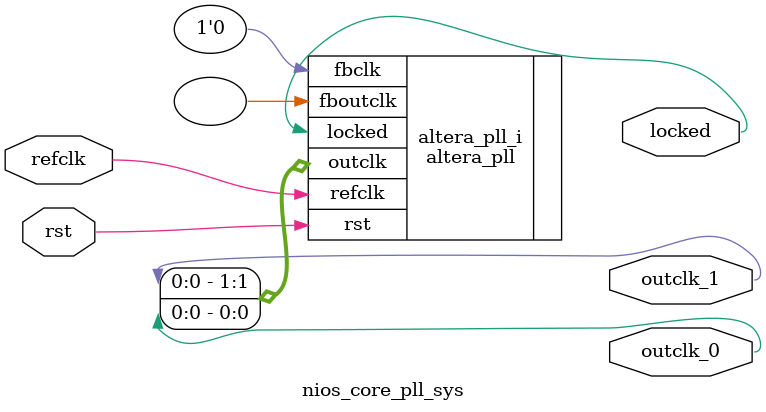
<source format=v>
`timescale 1ns/10ps
module  nios_core_pll_sys(

	// interface 'refclk'
	input wire refclk,

	// interface 'reset'
	input wire rst,

	// interface 'outclk0'
	output wire outclk_0,

	// interface 'outclk1'
	output wire outclk_1,

	// interface 'locked'
	output wire locked
);

	altera_pll #(
		.fractional_vco_multiplier("false"),
		.reference_clock_frequency("50.0 MHz"),
		.operation_mode("normal"),
		.number_of_clocks(2),
		.output_clock_frequency0("100.000000 MHz"),
		.phase_shift0("0 ps"),
		.duty_cycle0(50),
		.output_clock_frequency1("10.000000 MHz"),
		.phase_shift1("0 ps"),
		.duty_cycle1(50),
		.output_clock_frequency2("0 MHz"),
		.phase_shift2("0 ps"),
		.duty_cycle2(50),
		.output_clock_frequency3("0 MHz"),
		.phase_shift3("0 ps"),
		.duty_cycle3(50),
		.output_clock_frequency4("0 MHz"),
		.phase_shift4("0 ps"),
		.duty_cycle4(50),
		.output_clock_frequency5("0 MHz"),
		.phase_shift5("0 ps"),
		.duty_cycle5(50),
		.output_clock_frequency6("0 MHz"),
		.phase_shift6("0 ps"),
		.duty_cycle6(50),
		.output_clock_frequency7("0 MHz"),
		.phase_shift7("0 ps"),
		.duty_cycle7(50),
		.output_clock_frequency8("0 MHz"),
		.phase_shift8("0 ps"),
		.duty_cycle8(50),
		.output_clock_frequency9("0 MHz"),
		.phase_shift9("0 ps"),
		.duty_cycle9(50),
		.output_clock_frequency10("0 MHz"),
		.phase_shift10("0 ps"),
		.duty_cycle10(50),
		.output_clock_frequency11("0 MHz"),
		.phase_shift11("0 ps"),
		.duty_cycle11(50),
		.output_clock_frequency12("0 MHz"),
		.phase_shift12("0 ps"),
		.duty_cycle12(50),
		.output_clock_frequency13("0 MHz"),
		.phase_shift13("0 ps"),
		.duty_cycle13(50),
		.output_clock_frequency14("0 MHz"),
		.phase_shift14("0 ps"),
		.duty_cycle14(50),
		.output_clock_frequency15("0 MHz"),
		.phase_shift15("0 ps"),
		.duty_cycle15(50),
		.output_clock_frequency16("0 MHz"),
		.phase_shift16("0 ps"),
		.duty_cycle16(50),
		.output_clock_frequency17("0 MHz"),
		.phase_shift17("0 ps"),
		.duty_cycle17(50),
		.pll_type("General"),
		.pll_subtype("General")
	) altera_pll_i (
		.rst	(rst),
		.outclk	({outclk_1, outclk_0}),
		.locked	(locked),
		.fboutclk	( ),
		.fbclk	(1'b0),
		.refclk	(refclk)
	);
endmodule


</source>
